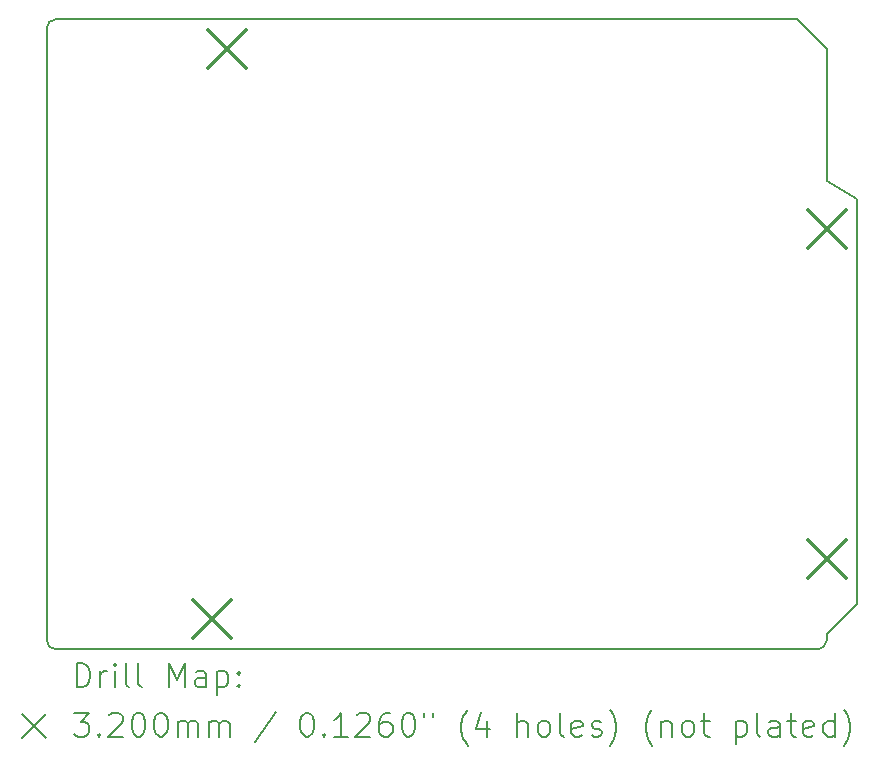
<source format=gbr>
%TF.GenerationSoftware,KiCad,Pcbnew,9.0.0*%
%TF.CreationDate,2025-04-03T14:14:06-04:00*%
%TF.ProjectId,Uno Shield Project,556e6f20-5368-4696-956c-642050726f6a,rev?*%
%TF.SameCoordinates,Original*%
%TF.FileFunction,Drillmap*%
%TF.FilePolarity,Positive*%
%FSLAX45Y45*%
G04 Gerber Fmt 4.5, Leading zero omitted, Abs format (unit mm)*
G04 Created by KiCad (PCBNEW 9.0.0) date 2025-04-03 14:14:06*
%MOMM*%
%LPD*%
G01*
G04 APERTURE LIST*
%ADD10C,0.150000*%
%ADD11C,0.200000*%
%ADD12C,0.320000*%
G04 APERTURE END LIST*
D10*
X10000000Y-9923800D02*
X10000000Y-4742200D01*
X16858000Y-6190000D02*
X16858000Y-9619000D01*
X16527800Y-10000000D02*
X10076200Y-10000000D01*
X10076200Y-4666000D02*
X16350000Y-4666000D01*
X10076200Y-10000000D02*
G75*
G02*
X10000000Y-9923800I0J76200D01*
G01*
X16604000Y-6037600D02*
X16858000Y-6190000D01*
X16858000Y-9619000D02*
X16604000Y-9873000D01*
X16350000Y-4666000D02*
X16604000Y-4920000D01*
X16604000Y-9923800D02*
G75*
G02*
X16527800Y-10000000I-76200J0D01*
G01*
X16604000Y-4920000D02*
X16604000Y-6037600D01*
X16604000Y-9873000D02*
X16604000Y-9923800D01*
X10000000Y-4742200D02*
G75*
G02*
X10076200Y-4666000I76200J0D01*
G01*
D11*
D12*
X11237000Y-9586000D02*
X11557000Y-9906000D01*
X11557000Y-9586000D02*
X11237000Y-9906000D01*
X11364000Y-4760000D02*
X11684000Y-5080000D01*
X11684000Y-4760000D02*
X11364000Y-5080000D01*
X16444000Y-6284000D02*
X16764000Y-6604000D01*
X16764000Y-6284000D02*
X16444000Y-6604000D01*
X16444000Y-9078000D02*
X16764000Y-9398000D01*
X16764000Y-9078000D02*
X16444000Y-9398000D01*
D11*
X10253277Y-10318984D02*
X10253277Y-10118984D01*
X10253277Y-10118984D02*
X10300896Y-10118984D01*
X10300896Y-10118984D02*
X10329467Y-10128508D01*
X10329467Y-10128508D02*
X10348515Y-10147555D01*
X10348515Y-10147555D02*
X10358039Y-10166603D01*
X10358039Y-10166603D02*
X10367563Y-10204698D01*
X10367563Y-10204698D02*
X10367563Y-10233270D01*
X10367563Y-10233270D02*
X10358039Y-10271365D01*
X10358039Y-10271365D02*
X10348515Y-10290412D01*
X10348515Y-10290412D02*
X10329467Y-10309460D01*
X10329467Y-10309460D02*
X10300896Y-10318984D01*
X10300896Y-10318984D02*
X10253277Y-10318984D01*
X10453277Y-10318984D02*
X10453277Y-10185650D01*
X10453277Y-10223746D02*
X10462801Y-10204698D01*
X10462801Y-10204698D02*
X10472324Y-10195174D01*
X10472324Y-10195174D02*
X10491372Y-10185650D01*
X10491372Y-10185650D02*
X10510420Y-10185650D01*
X10577086Y-10318984D02*
X10577086Y-10185650D01*
X10577086Y-10118984D02*
X10567563Y-10128508D01*
X10567563Y-10128508D02*
X10577086Y-10138031D01*
X10577086Y-10138031D02*
X10586610Y-10128508D01*
X10586610Y-10128508D02*
X10577086Y-10118984D01*
X10577086Y-10118984D02*
X10577086Y-10138031D01*
X10700896Y-10318984D02*
X10681848Y-10309460D01*
X10681848Y-10309460D02*
X10672324Y-10290412D01*
X10672324Y-10290412D02*
X10672324Y-10118984D01*
X10805658Y-10318984D02*
X10786610Y-10309460D01*
X10786610Y-10309460D02*
X10777086Y-10290412D01*
X10777086Y-10290412D02*
X10777086Y-10118984D01*
X11034229Y-10318984D02*
X11034229Y-10118984D01*
X11034229Y-10118984D02*
X11100896Y-10261841D01*
X11100896Y-10261841D02*
X11167563Y-10118984D01*
X11167563Y-10118984D02*
X11167563Y-10318984D01*
X11348515Y-10318984D02*
X11348515Y-10214222D01*
X11348515Y-10214222D02*
X11338991Y-10195174D01*
X11338991Y-10195174D02*
X11319943Y-10185650D01*
X11319943Y-10185650D02*
X11281848Y-10185650D01*
X11281848Y-10185650D02*
X11262801Y-10195174D01*
X11348515Y-10309460D02*
X11329467Y-10318984D01*
X11329467Y-10318984D02*
X11281848Y-10318984D01*
X11281848Y-10318984D02*
X11262801Y-10309460D01*
X11262801Y-10309460D02*
X11253277Y-10290412D01*
X11253277Y-10290412D02*
X11253277Y-10271365D01*
X11253277Y-10271365D02*
X11262801Y-10252317D01*
X11262801Y-10252317D02*
X11281848Y-10242793D01*
X11281848Y-10242793D02*
X11329467Y-10242793D01*
X11329467Y-10242793D02*
X11348515Y-10233270D01*
X11443753Y-10185650D02*
X11443753Y-10385650D01*
X11443753Y-10195174D02*
X11462801Y-10185650D01*
X11462801Y-10185650D02*
X11500896Y-10185650D01*
X11500896Y-10185650D02*
X11519943Y-10195174D01*
X11519943Y-10195174D02*
X11529467Y-10204698D01*
X11529467Y-10204698D02*
X11538991Y-10223746D01*
X11538991Y-10223746D02*
X11538991Y-10280889D01*
X11538991Y-10280889D02*
X11529467Y-10299936D01*
X11529467Y-10299936D02*
X11519943Y-10309460D01*
X11519943Y-10309460D02*
X11500896Y-10318984D01*
X11500896Y-10318984D02*
X11462801Y-10318984D01*
X11462801Y-10318984D02*
X11443753Y-10309460D01*
X11624705Y-10299936D02*
X11634229Y-10309460D01*
X11634229Y-10309460D02*
X11624705Y-10318984D01*
X11624705Y-10318984D02*
X11615182Y-10309460D01*
X11615182Y-10309460D02*
X11624705Y-10299936D01*
X11624705Y-10299936D02*
X11624705Y-10318984D01*
X11624705Y-10195174D02*
X11634229Y-10204698D01*
X11634229Y-10204698D02*
X11624705Y-10214222D01*
X11624705Y-10214222D02*
X11615182Y-10204698D01*
X11615182Y-10204698D02*
X11624705Y-10195174D01*
X11624705Y-10195174D02*
X11624705Y-10214222D01*
X9792500Y-10547500D02*
X9992500Y-10747500D01*
X9992500Y-10547500D02*
X9792500Y-10747500D01*
X10234229Y-10538984D02*
X10358039Y-10538984D01*
X10358039Y-10538984D02*
X10291372Y-10615174D01*
X10291372Y-10615174D02*
X10319944Y-10615174D01*
X10319944Y-10615174D02*
X10338991Y-10624698D01*
X10338991Y-10624698D02*
X10348515Y-10634222D01*
X10348515Y-10634222D02*
X10358039Y-10653270D01*
X10358039Y-10653270D02*
X10358039Y-10700889D01*
X10358039Y-10700889D02*
X10348515Y-10719936D01*
X10348515Y-10719936D02*
X10338991Y-10729460D01*
X10338991Y-10729460D02*
X10319944Y-10738984D01*
X10319944Y-10738984D02*
X10262801Y-10738984D01*
X10262801Y-10738984D02*
X10243753Y-10729460D01*
X10243753Y-10729460D02*
X10234229Y-10719936D01*
X10443753Y-10719936D02*
X10453277Y-10729460D01*
X10453277Y-10729460D02*
X10443753Y-10738984D01*
X10443753Y-10738984D02*
X10434229Y-10729460D01*
X10434229Y-10729460D02*
X10443753Y-10719936D01*
X10443753Y-10719936D02*
X10443753Y-10738984D01*
X10529467Y-10558031D02*
X10538991Y-10548508D01*
X10538991Y-10548508D02*
X10558039Y-10538984D01*
X10558039Y-10538984D02*
X10605658Y-10538984D01*
X10605658Y-10538984D02*
X10624705Y-10548508D01*
X10624705Y-10548508D02*
X10634229Y-10558031D01*
X10634229Y-10558031D02*
X10643753Y-10577079D01*
X10643753Y-10577079D02*
X10643753Y-10596127D01*
X10643753Y-10596127D02*
X10634229Y-10624698D01*
X10634229Y-10624698D02*
X10519944Y-10738984D01*
X10519944Y-10738984D02*
X10643753Y-10738984D01*
X10767563Y-10538984D02*
X10786610Y-10538984D01*
X10786610Y-10538984D02*
X10805658Y-10548508D01*
X10805658Y-10548508D02*
X10815182Y-10558031D01*
X10815182Y-10558031D02*
X10824705Y-10577079D01*
X10824705Y-10577079D02*
X10834229Y-10615174D01*
X10834229Y-10615174D02*
X10834229Y-10662793D01*
X10834229Y-10662793D02*
X10824705Y-10700889D01*
X10824705Y-10700889D02*
X10815182Y-10719936D01*
X10815182Y-10719936D02*
X10805658Y-10729460D01*
X10805658Y-10729460D02*
X10786610Y-10738984D01*
X10786610Y-10738984D02*
X10767563Y-10738984D01*
X10767563Y-10738984D02*
X10748515Y-10729460D01*
X10748515Y-10729460D02*
X10738991Y-10719936D01*
X10738991Y-10719936D02*
X10729467Y-10700889D01*
X10729467Y-10700889D02*
X10719944Y-10662793D01*
X10719944Y-10662793D02*
X10719944Y-10615174D01*
X10719944Y-10615174D02*
X10729467Y-10577079D01*
X10729467Y-10577079D02*
X10738991Y-10558031D01*
X10738991Y-10558031D02*
X10748515Y-10548508D01*
X10748515Y-10548508D02*
X10767563Y-10538984D01*
X10958039Y-10538984D02*
X10977086Y-10538984D01*
X10977086Y-10538984D02*
X10996134Y-10548508D01*
X10996134Y-10548508D02*
X11005658Y-10558031D01*
X11005658Y-10558031D02*
X11015182Y-10577079D01*
X11015182Y-10577079D02*
X11024705Y-10615174D01*
X11024705Y-10615174D02*
X11024705Y-10662793D01*
X11024705Y-10662793D02*
X11015182Y-10700889D01*
X11015182Y-10700889D02*
X11005658Y-10719936D01*
X11005658Y-10719936D02*
X10996134Y-10729460D01*
X10996134Y-10729460D02*
X10977086Y-10738984D01*
X10977086Y-10738984D02*
X10958039Y-10738984D01*
X10958039Y-10738984D02*
X10938991Y-10729460D01*
X10938991Y-10729460D02*
X10929467Y-10719936D01*
X10929467Y-10719936D02*
X10919944Y-10700889D01*
X10919944Y-10700889D02*
X10910420Y-10662793D01*
X10910420Y-10662793D02*
X10910420Y-10615174D01*
X10910420Y-10615174D02*
X10919944Y-10577079D01*
X10919944Y-10577079D02*
X10929467Y-10558031D01*
X10929467Y-10558031D02*
X10938991Y-10548508D01*
X10938991Y-10548508D02*
X10958039Y-10538984D01*
X11110420Y-10738984D02*
X11110420Y-10605650D01*
X11110420Y-10624698D02*
X11119944Y-10615174D01*
X11119944Y-10615174D02*
X11138991Y-10605650D01*
X11138991Y-10605650D02*
X11167563Y-10605650D01*
X11167563Y-10605650D02*
X11186610Y-10615174D01*
X11186610Y-10615174D02*
X11196134Y-10634222D01*
X11196134Y-10634222D02*
X11196134Y-10738984D01*
X11196134Y-10634222D02*
X11205658Y-10615174D01*
X11205658Y-10615174D02*
X11224705Y-10605650D01*
X11224705Y-10605650D02*
X11253277Y-10605650D01*
X11253277Y-10605650D02*
X11272324Y-10615174D01*
X11272324Y-10615174D02*
X11281848Y-10634222D01*
X11281848Y-10634222D02*
X11281848Y-10738984D01*
X11377086Y-10738984D02*
X11377086Y-10605650D01*
X11377086Y-10624698D02*
X11386610Y-10615174D01*
X11386610Y-10615174D02*
X11405658Y-10605650D01*
X11405658Y-10605650D02*
X11434229Y-10605650D01*
X11434229Y-10605650D02*
X11453277Y-10615174D01*
X11453277Y-10615174D02*
X11462801Y-10634222D01*
X11462801Y-10634222D02*
X11462801Y-10738984D01*
X11462801Y-10634222D02*
X11472324Y-10615174D01*
X11472324Y-10615174D02*
X11491372Y-10605650D01*
X11491372Y-10605650D02*
X11519943Y-10605650D01*
X11519943Y-10605650D02*
X11538991Y-10615174D01*
X11538991Y-10615174D02*
X11548515Y-10634222D01*
X11548515Y-10634222D02*
X11548515Y-10738984D01*
X11938991Y-10529460D02*
X11767563Y-10786603D01*
X12196134Y-10538984D02*
X12215182Y-10538984D01*
X12215182Y-10538984D02*
X12234229Y-10548508D01*
X12234229Y-10548508D02*
X12243753Y-10558031D01*
X12243753Y-10558031D02*
X12253277Y-10577079D01*
X12253277Y-10577079D02*
X12262801Y-10615174D01*
X12262801Y-10615174D02*
X12262801Y-10662793D01*
X12262801Y-10662793D02*
X12253277Y-10700889D01*
X12253277Y-10700889D02*
X12243753Y-10719936D01*
X12243753Y-10719936D02*
X12234229Y-10729460D01*
X12234229Y-10729460D02*
X12215182Y-10738984D01*
X12215182Y-10738984D02*
X12196134Y-10738984D01*
X12196134Y-10738984D02*
X12177086Y-10729460D01*
X12177086Y-10729460D02*
X12167563Y-10719936D01*
X12167563Y-10719936D02*
X12158039Y-10700889D01*
X12158039Y-10700889D02*
X12148515Y-10662793D01*
X12148515Y-10662793D02*
X12148515Y-10615174D01*
X12148515Y-10615174D02*
X12158039Y-10577079D01*
X12158039Y-10577079D02*
X12167563Y-10558031D01*
X12167563Y-10558031D02*
X12177086Y-10548508D01*
X12177086Y-10548508D02*
X12196134Y-10538984D01*
X12348515Y-10719936D02*
X12358039Y-10729460D01*
X12358039Y-10729460D02*
X12348515Y-10738984D01*
X12348515Y-10738984D02*
X12338991Y-10729460D01*
X12338991Y-10729460D02*
X12348515Y-10719936D01*
X12348515Y-10719936D02*
X12348515Y-10738984D01*
X12548515Y-10738984D02*
X12434229Y-10738984D01*
X12491372Y-10738984D02*
X12491372Y-10538984D01*
X12491372Y-10538984D02*
X12472325Y-10567555D01*
X12472325Y-10567555D02*
X12453277Y-10586603D01*
X12453277Y-10586603D02*
X12434229Y-10596127D01*
X12624706Y-10558031D02*
X12634229Y-10548508D01*
X12634229Y-10548508D02*
X12653277Y-10538984D01*
X12653277Y-10538984D02*
X12700896Y-10538984D01*
X12700896Y-10538984D02*
X12719944Y-10548508D01*
X12719944Y-10548508D02*
X12729467Y-10558031D01*
X12729467Y-10558031D02*
X12738991Y-10577079D01*
X12738991Y-10577079D02*
X12738991Y-10596127D01*
X12738991Y-10596127D02*
X12729467Y-10624698D01*
X12729467Y-10624698D02*
X12615182Y-10738984D01*
X12615182Y-10738984D02*
X12738991Y-10738984D01*
X12910420Y-10538984D02*
X12872325Y-10538984D01*
X12872325Y-10538984D02*
X12853277Y-10548508D01*
X12853277Y-10548508D02*
X12843753Y-10558031D01*
X12843753Y-10558031D02*
X12824706Y-10586603D01*
X12824706Y-10586603D02*
X12815182Y-10624698D01*
X12815182Y-10624698D02*
X12815182Y-10700889D01*
X12815182Y-10700889D02*
X12824706Y-10719936D01*
X12824706Y-10719936D02*
X12834229Y-10729460D01*
X12834229Y-10729460D02*
X12853277Y-10738984D01*
X12853277Y-10738984D02*
X12891372Y-10738984D01*
X12891372Y-10738984D02*
X12910420Y-10729460D01*
X12910420Y-10729460D02*
X12919944Y-10719936D01*
X12919944Y-10719936D02*
X12929467Y-10700889D01*
X12929467Y-10700889D02*
X12929467Y-10653270D01*
X12929467Y-10653270D02*
X12919944Y-10634222D01*
X12919944Y-10634222D02*
X12910420Y-10624698D01*
X12910420Y-10624698D02*
X12891372Y-10615174D01*
X12891372Y-10615174D02*
X12853277Y-10615174D01*
X12853277Y-10615174D02*
X12834229Y-10624698D01*
X12834229Y-10624698D02*
X12824706Y-10634222D01*
X12824706Y-10634222D02*
X12815182Y-10653270D01*
X13053277Y-10538984D02*
X13072325Y-10538984D01*
X13072325Y-10538984D02*
X13091372Y-10548508D01*
X13091372Y-10548508D02*
X13100896Y-10558031D01*
X13100896Y-10558031D02*
X13110420Y-10577079D01*
X13110420Y-10577079D02*
X13119944Y-10615174D01*
X13119944Y-10615174D02*
X13119944Y-10662793D01*
X13119944Y-10662793D02*
X13110420Y-10700889D01*
X13110420Y-10700889D02*
X13100896Y-10719936D01*
X13100896Y-10719936D02*
X13091372Y-10729460D01*
X13091372Y-10729460D02*
X13072325Y-10738984D01*
X13072325Y-10738984D02*
X13053277Y-10738984D01*
X13053277Y-10738984D02*
X13034229Y-10729460D01*
X13034229Y-10729460D02*
X13024706Y-10719936D01*
X13024706Y-10719936D02*
X13015182Y-10700889D01*
X13015182Y-10700889D02*
X13005658Y-10662793D01*
X13005658Y-10662793D02*
X13005658Y-10615174D01*
X13005658Y-10615174D02*
X13015182Y-10577079D01*
X13015182Y-10577079D02*
X13024706Y-10558031D01*
X13024706Y-10558031D02*
X13034229Y-10548508D01*
X13034229Y-10548508D02*
X13053277Y-10538984D01*
X13196134Y-10538984D02*
X13196134Y-10577079D01*
X13272325Y-10538984D02*
X13272325Y-10577079D01*
X13567563Y-10815174D02*
X13558039Y-10805650D01*
X13558039Y-10805650D02*
X13538991Y-10777079D01*
X13538991Y-10777079D02*
X13529468Y-10758031D01*
X13529468Y-10758031D02*
X13519944Y-10729460D01*
X13519944Y-10729460D02*
X13510420Y-10681841D01*
X13510420Y-10681841D02*
X13510420Y-10643746D01*
X13510420Y-10643746D02*
X13519944Y-10596127D01*
X13519944Y-10596127D02*
X13529468Y-10567555D01*
X13529468Y-10567555D02*
X13538991Y-10548508D01*
X13538991Y-10548508D02*
X13558039Y-10519936D01*
X13558039Y-10519936D02*
X13567563Y-10510412D01*
X13729468Y-10605650D02*
X13729468Y-10738984D01*
X13681848Y-10529460D02*
X13634229Y-10672317D01*
X13634229Y-10672317D02*
X13758039Y-10672317D01*
X13986610Y-10738984D02*
X13986610Y-10538984D01*
X14072325Y-10738984D02*
X14072325Y-10634222D01*
X14072325Y-10634222D02*
X14062801Y-10615174D01*
X14062801Y-10615174D02*
X14043753Y-10605650D01*
X14043753Y-10605650D02*
X14015182Y-10605650D01*
X14015182Y-10605650D02*
X13996134Y-10615174D01*
X13996134Y-10615174D02*
X13986610Y-10624698D01*
X14196134Y-10738984D02*
X14177087Y-10729460D01*
X14177087Y-10729460D02*
X14167563Y-10719936D01*
X14167563Y-10719936D02*
X14158039Y-10700889D01*
X14158039Y-10700889D02*
X14158039Y-10643746D01*
X14158039Y-10643746D02*
X14167563Y-10624698D01*
X14167563Y-10624698D02*
X14177087Y-10615174D01*
X14177087Y-10615174D02*
X14196134Y-10605650D01*
X14196134Y-10605650D02*
X14224706Y-10605650D01*
X14224706Y-10605650D02*
X14243753Y-10615174D01*
X14243753Y-10615174D02*
X14253277Y-10624698D01*
X14253277Y-10624698D02*
X14262801Y-10643746D01*
X14262801Y-10643746D02*
X14262801Y-10700889D01*
X14262801Y-10700889D02*
X14253277Y-10719936D01*
X14253277Y-10719936D02*
X14243753Y-10729460D01*
X14243753Y-10729460D02*
X14224706Y-10738984D01*
X14224706Y-10738984D02*
X14196134Y-10738984D01*
X14377087Y-10738984D02*
X14358039Y-10729460D01*
X14358039Y-10729460D02*
X14348515Y-10710412D01*
X14348515Y-10710412D02*
X14348515Y-10538984D01*
X14529468Y-10729460D02*
X14510420Y-10738984D01*
X14510420Y-10738984D02*
X14472325Y-10738984D01*
X14472325Y-10738984D02*
X14453277Y-10729460D01*
X14453277Y-10729460D02*
X14443753Y-10710412D01*
X14443753Y-10710412D02*
X14443753Y-10634222D01*
X14443753Y-10634222D02*
X14453277Y-10615174D01*
X14453277Y-10615174D02*
X14472325Y-10605650D01*
X14472325Y-10605650D02*
X14510420Y-10605650D01*
X14510420Y-10605650D02*
X14529468Y-10615174D01*
X14529468Y-10615174D02*
X14538991Y-10634222D01*
X14538991Y-10634222D02*
X14538991Y-10653270D01*
X14538991Y-10653270D02*
X14443753Y-10672317D01*
X14615182Y-10729460D02*
X14634230Y-10738984D01*
X14634230Y-10738984D02*
X14672325Y-10738984D01*
X14672325Y-10738984D02*
X14691372Y-10729460D01*
X14691372Y-10729460D02*
X14700896Y-10710412D01*
X14700896Y-10710412D02*
X14700896Y-10700889D01*
X14700896Y-10700889D02*
X14691372Y-10681841D01*
X14691372Y-10681841D02*
X14672325Y-10672317D01*
X14672325Y-10672317D02*
X14643753Y-10672317D01*
X14643753Y-10672317D02*
X14624706Y-10662793D01*
X14624706Y-10662793D02*
X14615182Y-10643746D01*
X14615182Y-10643746D02*
X14615182Y-10634222D01*
X14615182Y-10634222D02*
X14624706Y-10615174D01*
X14624706Y-10615174D02*
X14643753Y-10605650D01*
X14643753Y-10605650D02*
X14672325Y-10605650D01*
X14672325Y-10605650D02*
X14691372Y-10615174D01*
X14767563Y-10815174D02*
X14777087Y-10805650D01*
X14777087Y-10805650D02*
X14796134Y-10777079D01*
X14796134Y-10777079D02*
X14805658Y-10758031D01*
X14805658Y-10758031D02*
X14815182Y-10729460D01*
X14815182Y-10729460D02*
X14824706Y-10681841D01*
X14824706Y-10681841D02*
X14824706Y-10643746D01*
X14824706Y-10643746D02*
X14815182Y-10596127D01*
X14815182Y-10596127D02*
X14805658Y-10567555D01*
X14805658Y-10567555D02*
X14796134Y-10548508D01*
X14796134Y-10548508D02*
X14777087Y-10519936D01*
X14777087Y-10519936D02*
X14767563Y-10510412D01*
X15129468Y-10815174D02*
X15119944Y-10805650D01*
X15119944Y-10805650D02*
X15100896Y-10777079D01*
X15100896Y-10777079D02*
X15091372Y-10758031D01*
X15091372Y-10758031D02*
X15081849Y-10729460D01*
X15081849Y-10729460D02*
X15072325Y-10681841D01*
X15072325Y-10681841D02*
X15072325Y-10643746D01*
X15072325Y-10643746D02*
X15081849Y-10596127D01*
X15081849Y-10596127D02*
X15091372Y-10567555D01*
X15091372Y-10567555D02*
X15100896Y-10548508D01*
X15100896Y-10548508D02*
X15119944Y-10519936D01*
X15119944Y-10519936D02*
X15129468Y-10510412D01*
X15205658Y-10605650D02*
X15205658Y-10738984D01*
X15205658Y-10624698D02*
X15215182Y-10615174D01*
X15215182Y-10615174D02*
X15234230Y-10605650D01*
X15234230Y-10605650D02*
X15262801Y-10605650D01*
X15262801Y-10605650D02*
X15281849Y-10615174D01*
X15281849Y-10615174D02*
X15291372Y-10634222D01*
X15291372Y-10634222D02*
X15291372Y-10738984D01*
X15415182Y-10738984D02*
X15396134Y-10729460D01*
X15396134Y-10729460D02*
X15386611Y-10719936D01*
X15386611Y-10719936D02*
X15377087Y-10700889D01*
X15377087Y-10700889D02*
X15377087Y-10643746D01*
X15377087Y-10643746D02*
X15386611Y-10624698D01*
X15386611Y-10624698D02*
X15396134Y-10615174D01*
X15396134Y-10615174D02*
X15415182Y-10605650D01*
X15415182Y-10605650D02*
X15443753Y-10605650D01*
X15443753Y-10605650D02*
X15462801Y-10615174D01*
X15462801Y-10615174D02*
X15472325Y-10624698D01*
X15472325Y-10624698D02*
X15481849Y-10643746D01*
X15481849Y-10643746D02*
X15481849Y-10700889D01*
X15481849Y-10700889D02*
X15472325Y-10719936D01*
X15472325Y-10719936D02*
X15462801Y-10729460D01*
X15462801Y-10729460D02*
X15443753Y-10738984D01*
X15443753Y-10738984D02*
X15415182Y-10738984D01*
X15538992Y-10605650D02*
X15615182Y-10605650D01*
X15567563Y-10538984D02*
X15567563Y-10710412D01*
X15567563Y-10710412D02*
X15577087Y-10729460D01*
X15577087Y-10729460D02*
X15596134Y-10738984D01*
X15596134Y-10738984D02*
X15615182Y-10738984D01*
X15834230Y-10605650D02*
X15834230Y-10805650D01*
X15834230Y-10615174D02*
X15853277Y-10605650D01*
X15853277Y-10605650D02*
X15891373Y-10605650D01*
X15891373Y-10605650D02*
X15910420Y-10615174D01*
X15910420Y-10615174D02*
X15919944Y-10624698D01*
X15919944Y-10624698D02*
X15929468Y-10643746D01*
X15929468Y-10643746D02*
X15929468Y-10700889D01*
X15929468Y-10700889D02*
X15919944Y-10719936D01*
X15919944Y-10719936D02*
X15910420Y-10729460D01*
X15910420Y-10729460D02*
X15891373Y-10738984D01*
X15891373Y-10738984D02*
X15853277Y-10738984D01*
X15853277Y-10738984D02*
X15834230Y-10729460D01*
X16043753Y-10738984D02*
X16024706Y-10729460D01*
X16024706Y-10729460D02*
X16015182Y-10710412D01*
X16015182Y-10710412D02*
X16015182Y-10538984D01*
X16205658Y-10738984D02*
X16205658Y-10634222D01*
X16205658Y-10634222D02*
X16196134Y-10615174D01*
X16196134Y-10615174D02*
X16177087Y-10605650D01*
X16177087Y-10605650D02*
X16138992Y-10605650D01*
X16138992Y-10605650D02*
X16119944Y-10615174D01*
X16205658Y-10729460D02*
X16186611Y-10738984D01*
X16186611Y-10738984D02*
X16138992Y-10738984D01*
X16138992Y-10738984D02*
X16119944Y-10729460D01*
X16119944Y-10729460D02*
X16110420Y-10710412D01*
X16110420Y-10710412D02*
X16110420Y-10691365D01*
X16110420Y-10691365D02*
X16119944Y-10672317D01*
X16119944Y-10672317D02*
X16138992Y-10662793D01*
X16138992Y-10662793D02*
X16186611Y-10662793D01*
X16186611Y-10662793D02*
X16205658Y-10653270D01*
X16272325Y-10605650D02*
X16348515Y-10605650D01*
X16300896Y-10538984D02*
X16300896Y-10710412D01*
X16300896Y-10710412D02*
X16310420Y-10729460D01*
X16310420Y-10729460D02*
X16329468Y-10738984D01*
X16329468Y-10738984D02*
X16348515Y-10738984D01*
X16491373Y-10729460D02*
X16472325Y-10738984D01*
X16472325Y-10738984D02*
X16434230Y-10738984D01*
X16434230Y-10738984D02*
X16415182Y-10729460D01*
X16415182Y-10729460D02*
X16405658Y-10710412D01*
X16405658Y-10710412D02*
X16405658Y-10634222D01*
X16405658Y-10634222D02*
X16415182Y-10615174D01*
X16415182Y-10615174D02*
X16434230Y-10605650D01*
X16434230Y-10605650D02*
X16472325Y-10605650D01*
X16472325Y-10605650D02*
X16491373Y-10615174D01*
X16491373Y-10615174D02*
X16500896Y-10634222D01*
X16500896Y-10634222D02*
X16500896Y-10653270D01*
X16500896Y-10653270D02*
X16405658Y-10672317D01*
X16672325Y-10738984D02*
X16672325Y-10538984D01*
X16672325Y-10729460D02*
X16653277Y-10738984D01*
X16653277Y-10738984D02*
X16615182Y-10738984D01*
X16615182Y-10738984D02*
X16596134Y-10729460D01*
X16596134Y-10729460D02*
X16586611Y-10719936D01*
X16586611Y-10719936D02*
X16577087Y-10700889D01*
X16577087Y-10700889D02*
X16577087Y-10643746D01*
X16577087Y-10643746D02*
X16586611Y-10624698D01*
X16586611Y-10624698D02*
X16596134Y-10615174D01*
X16596134Y-10615174D02*
X16615182Y-10605650D01*
X16615182Y-10605650D02*
X16653277Y-10605650D01*
X16653277Y-10605650D02*
X16672325Y-10615174D01*
X16748515Y-10815174D02*
X16758039Y-10805650D01*
X16758039Y-10805650D02*
X16777087Y-10777079D01*
X16777087Y-10777079D02*
X16786611Y-10758031D01*
X16786611Y-10758031D02*
X16796135Y-10729460D01*
X16796135Y-10729460D02*
X16805658Y-10681841D01*
X16805658Y-10681841D02*
X16805658Y-10643746D01*
X16805658Y-10643746D02*
X16796135Y-10596127D01*
X16796135Y-10596127D02*
X16786611Y-10567555D01*
X16786611Y-10567555D02*
X16777087Y-10548508D01*
X16777087Y-10548508D02*
X16758039Y-10519936D01*
X16758039Y-10519936D02*
X16748515Y-10510412D01*
M02*

</source>
